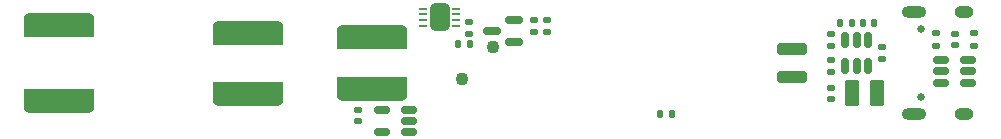
<source format=gbr>
%TF.GenerationSoftware,KiCad,Pcbnew,(6.99.0-4266-g9b4505c6d2)*%
%TF.CreationDate,2022-11-13T11:25:59+08:00*%
%TF.ProjectId,ESP_PD210,4553505f-5044-4323-9130-2e6b69636164,Bata1*%
%TF.SameCoordinates,Original*%
%TF.FileFunction,Soldermask,Bot*%
%TF.FilePolarity,Negative*%
%FSLAX46Y46*%
G04 Gerber Fmt 4.6, Leading zero omitted, Abs format (unit mm)*
G04 Created by KiCad (PCBNEW (6.99.0-4266-g9b4505c6d2)) date 2022-11-13 11:25:59*
%MOMM*%
%LPD*%
G01*
G04 APERTURE LIST*
G04 Aperture macros list*
%AMRoundRect*
0 Rectangle with rounded corners*
0 $1 Rounding radius*
0 $2 $3 $4 $5 $6 $7 $8 $9 X,Y pos of 4 corners*
0 Add a 4 corners polygon primitive as box body*
4,1,4,$2,$3,$4,$5,$6,$7,$8,$9,$2,$3,0*
0 Add four circle primitives for the rounded corners*
1,1,$1+$1,$2,$3*
1,1,$1+$1,$4,$5*
1,1,$1+$1,$6,$7*
1,1,$1+$1,$8,$9*
0 Add four rect primitives between the rounded corners*
20,1,$1+$1,$2,$3,$4,$5,0*
20,1,$1+$1,$4,$5,$6,$7,0*
20,1,$1+$1,$6,$7,$8,$9,0*
20,1,$1+$1,$8,$9,$2,$3,0*%
%AMFreePoly0*
4,1,17,-3.000000,0.500000,-2.988573,0.606283,-2.938839,0.739624,-2.853553,0.853553,-2.739624,0.938839,-2.606283,0.988573,-2.500000,1.000000,2.500000,1.000000,2.606283,0.988573,2.739624,0.938839,2.853553,0.853553,2.938839,0.739624,2.988573,0.606283,3.000000,0.500000,3.000000,-1.000000,-3.000000,-1.000000,-3.000000,0.500000,-3.000000,0.500000,$1*%
G04 Aperture macros list end*
%ADD10FreePoly0,0.000000*%
%ADD11FreePoly0,180.000000*%
%ADD12C,1.100000*%
%ADD13C,0.650000*%
%ADD14O,2.100000X1.000000*%
%ADD15O,1.600000X1.000000*%
%ADD16RoundRect,0.140000X0.170000X-0.140000X0.170000X0.140000X-0.170000X0.140000X-0.170000X-0.140000X0*%
%ADD17RoundRect,0.135000X0.185000X-0.135000X0.185000X0.135000X-0.185000X0.135000X-0.185000X-0.135000X0*%
%ADD18RoundRect,0.250000X-0.375000X-0.850000X0.375000X-0.850000X0.375000X0.850000X-0.375000X0.850000X0*%
%ADD19RoundRect,0.150000X0.512500X0.150000X-0.512500X0.150000X-0.512500X-0.150000X0.512500X-0.150000X0*%
%ADD20RoundRect,0.062500X0.287500X0.062500X-0.287500X0.062500X-0.287500X-0.062500X0.287500X-0.062500X0*%
%ADD21RoundRect,0.415000X0.415000X0.775000X-0.415000X0.775000X-0.415000X-0.775000X0.415000X-0.775000X0*%
%ADD22RoundRect,0.135000X0.135000X0.185000X-0.135000X0.185000X-0.135000X-0.185000X0.135000X-0.185000X0*%
%ADD23RoundRect,0.140000X-0.170000X0.140000X-0.170000X-0.140000X0.170000X-0.140000X0.170000X0.140000X0*%
%ADD24RoundRect,0.150000X0.150000X-0.512500X0.150000X0.512500X-0.150000X0.512500X-0.150000X-0.512500X0*%
%ADD25RoundRect,0.150000X0.587500X0.150000X-0.587500X0.150000X-0.587500X-0.150000X0.587500X-0.150000X0*%
%ADD26RoundRect,0.140000X0.140000X0.170000X-0.140000X0.170000X-0.140000X-0.170000X0.140000X-0.170000X0*%
%ADD27RoundRect,0.250000X-1.000000X0.250000X-1.000000X-0.250000X1.000000X-0.250000X1.000000X0.250000X0*%
%ADD28RoundRect,0.135000X-0.185000X0.135000X-0.185000X-0.135000X0.185000X-0.135000X0.185000X0.135000X0*%
%ADD29RoundRect,0.140000X-0.140000X-0.170000X0.140000X-0.170000X0.140000X0.170000X-0.140000X0.170000X0*%
G04 APERTURE END LIST*
D10*
%TO.C,J2*%
X116563024Y-101531605D03*
D11*
X116563024Y-107931605D03*
D10*
X132563024Y-102131605D03*
D11*
X132563024Y-107331605D03*
D10*
X143063024Y-102531605D03*
D11*
X143063024Y-106931605D03*
%TD*%
D12*
%TO.C,SW1*%
X153306528Y-103388103D03*
X150619522Y-106075109D03*
%TD*%
D13*
%TO.C,J3*%
X189483825Y-107621606D03*
X189483825Y-101841606D03*
D14*
X188953824Y-109051605D03*
D15*
X193133824Y-109051605D03*
D14*
X188953824Y-100411605D03*
D15*
X193133824Y-100411605D03*
%TD*%
D16*
%TO.C,C19*%
X192392225Y-103204642D03*
X192392225Y-102244642D03*
%TD*%
D17*
%TO.C,R15*%
X190812225Y-103234642D03*
X190812225Y-102214642D03*
%TD*%
D18*
%TO.C,L3*%
X183643026Y-107266606D03*
X185793026Y-107266606D03*
%TD*%
D19*
%TO.C,U5*%
X193530525Y-104474642D03*
X193530525Y-105424642D03*
X193530525Y-106374642D03*
X191255525Y-106374642D03*
X191255525Y-105424642D03*
X191255525Y-104474642D03*
%TD*%
D17*
%TO.C,R7*%
X156793025Y-102056606D03*
X156793025Y-101036606D03*
%TD*%
D19*
%TO.C,U3*%
X146180525Y-108666606D03*
X146180525Y-109616606D03*
X146180525Y-110566606D03*
X143905525Y-110566606D03*
X143905525Y-108666606D03*
%TD*%
D20*
%TO.C,Q2*%
X150158025Y-100101606D03*
X150158025Y-100601606D03*
X150158025Y-101101606D03*
X150158025Y-101601606D03*
X147358025Y-101601606D03*
X147358025Y-101101606D03*
X147358025Y-100601606D03*
X147358025Y-100101606D03*
D21*
X148758025Y-100851606D03*
%TD*%
D22*
%TO.C,R4*%
X151323025Y-103136606D03*
X150303025Y-103136606D03*
%TD*%
D23*
%TO.C,C21*%
X186243025Y-103386606D03*
X186243025Y-104346606D03*
%TD*%
D17*
%TO.C,R11*%
X181902640Y-103256606D03*
X181902640Y-102236606D03*
%TD*%
%TO.C,R6*%
X157873025Y-102056606D03*
X157873025Y-101036606D03*
%TD*%
D24*
%TO.C,U4*%
X185023026Y-105004106D03*
X184073026Y-105004106D03*
X183123026Y-105004106D03*
X183123026Y-102729106D03*
X184073026Y-102729106D03*
X185023026Y-102729106D03*
%TD*%
D25*
%TO.C,Q1*%
X155040525Y-101036606D03*
X155040525Y-102936606D03*
X153165525Y-101986606D03*
%TD*%
D16*
%TO.C,C20*%
X181923026Y-107756606D03*
X181923026Y-106796606D03*
%TD*%
D23*
%TO.C,C24*%
X141823025Y-108666603D03*
X141823025Y-109626603D03*
%TD*%
D26*
%TO.C,C25*%
X168413029Y-109016603D03*
X167453029Y-109016603D03*
%TD*%
D27*
%TO.C,SW2*%
X178573025Y-103556606D03*
X178573025Y-105906606D03*
%TD*%
D28*
%TO.C,R3*%
X151273025Y-101216606D03*
X151273025Y-102236606D03*
%TD*%
D22*
%TO.C,R16*%
X183703026Y-101316606D03*
X182683026Y-101316606D03*
%TD*%
D29*
%TO.C,C18*%
X184603026Y-101316606D03*
X185563026Y-101316606D03*
%TD*%
D17*
%TO.C,R17*%
X193972225Y-103234642D03*
X193972225Y-102214642D03*
%TD*%
%TO.C,R12*%
X181902640Y-105496606D03*
X181902640Y-104476606D03*
%TD*%
M02*

</source>
